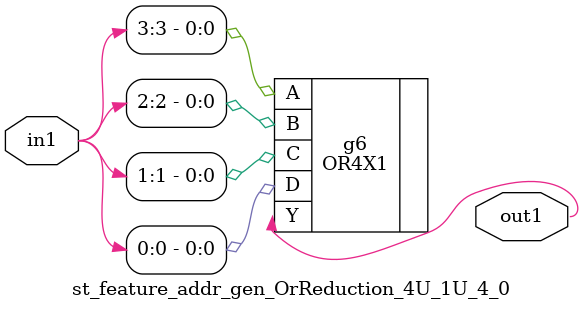
<source format=v>
`timescale 1ps / 1ps


module st_feature_addr_gen_OrReduction_4U_1U_4_0(in1, out1);
  input [3:0] in1;
  output out1;
  wire [3:0] in1;
  wire out1;
  OR4X1 g6(.A (in1[3]), .B (in1[2]), .C (in1[1]), .D (in1[0]), .Y
       (out1));
endmodule



</source>
